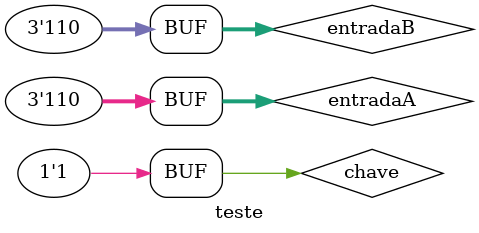
<source format=v>

module comparadorI(output s, input[2:0] a, input[2:0] b);
	wire xora,xorb,xorc;
	xor X1(xora,a[2],b[2]);
	xor X2(xorb,a[1],b[1]);
	xor X3(xorc,a[0],b[0]);
	nor N1(s,xora,xorb,xorc);
endmodule

//S=1 -> A!=B, S=0 -> A=B
module comparadorD(output s, input[2:0] a, input[2:0] b);
	wire xora,xorb,xorc;
	xor X1(xora,a[2],b[2]);
	xor X2(xorb,a[1],b[1]);
	xor X3(xorc,a[0],b[0]);
	or N1(s,xora,xorb,xorc);
endmodule

module comparar(output s, input[2:0] a, input[2:0] b, input chave);
	wire notChave,andI,andD;
	wire ci,cd;
	not N1(notChave,chave);
	comparadorI CI(ci,a,b);
	comparadorD CD(cd,a,b);
	and I(andI,notChave,ci);
	and D(andD,chave,cd);
	or  O(s,andI,andD);
endmodule

module teste;
	wire saida;
	reg[2:0] entradaA, entradaB;
	reg chave;
	comparar C(saida,entradaA,entradaB,chave);
	initial begin
		$display("Chave=0 (Igualdade) , Chave=1 (Diferença)");
		#1 entradaA=3'b000; entradaB=3'b000; chave=1'b0;
		$monitor("A=%3b B=%3b Chave=%b Saida=%b",entradaA,entradaB,chave,saida);
		#1 entradaA=3'b000; entradaB=3'b000; chave=1'b0;
		#1 entradaA=3'b001; entradaB=3'b000; chave=1'b0;
		#1 entradaA=3'b010; entradaB=3'b000; chave=1'b0;
		#1 entradaA=3'b011; entradaB=3'b011; chave=1'b0;
		#1 entradaA=3'b000; entradaB=3'b000; chave=1'b1;
		#1 entradaA=3'b000; entradaB=3'b110; chave=1'b1;
		#1 entradaA=3'b001; entradaB=3'b100; chave=1'b1;
		#1 entradaA=3'b110; entradaB=3'b110; chave=1'b1;
	end
endmodule

</source>
